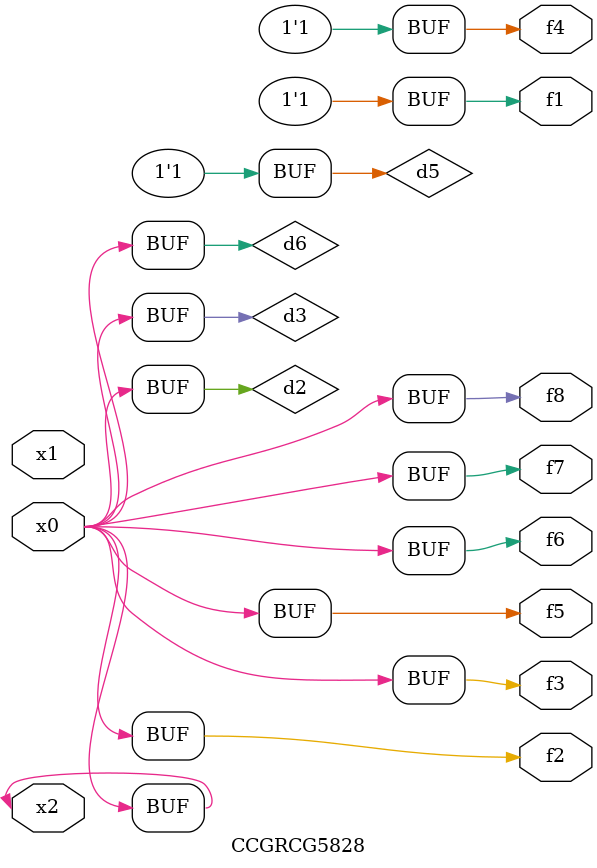
<source format=v>
module CCGRCG5828(
	input x0, x1, x2,
	output f1, f2, f3, f4, f5, f6, f7, f8
);

	wire d1, d2, d3, d4, d5, d6;

	xnor (d1, x2);
	buf (d2, x0, x2);
	and (d3, x0);
	xnor (d4, x1, x2);
	nand (d5, d1, d3);
	buf (d6, d2, d3);
	assign f1 = d5;
	assign f2 = d6;
	assign f3 = d6;
	assign f4 = d5;
	assign f5 = d6;
	assign f6 = d6;
	assign f7 = d6;
	assign f8 = d6;
endmodule

</source>
